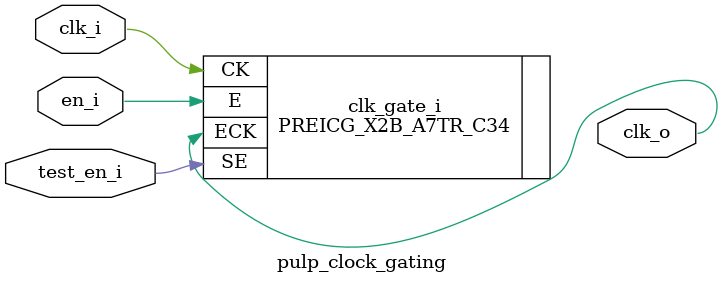
<source format=sv>

`ifndef GF_TRACK
  `define GF_TRACK  7
`endif

`ifndef GF_VT
  `define GF_VT     R
`endif

`ifndef GF_LEN
  `define GF_LEN   34
`endif

`define GF_PREICG(t,v,c)  PREICG_X2B_A``t``T``v``_C``c


// FRICG: no enable
// POSTICG: test over-ride input is asynchronous
// PREICG: test over-ride input is synchronous

module pulp_clock_gating
(
    input  logic clk_i,
    input  logic en_i,
    input  logic test_en_i,
    output logic clk_o
);

  `GF_PREICG(`GF_TRACK, `GF_VT, `GF_LEN) clk_gate_i
  (
    .ECK ( clk_o     ),
    .CK  ( clk_i     ),
    .E   ( en_i      ),
    .SE  ( test_en_i )
  );

endmodule

</source>
